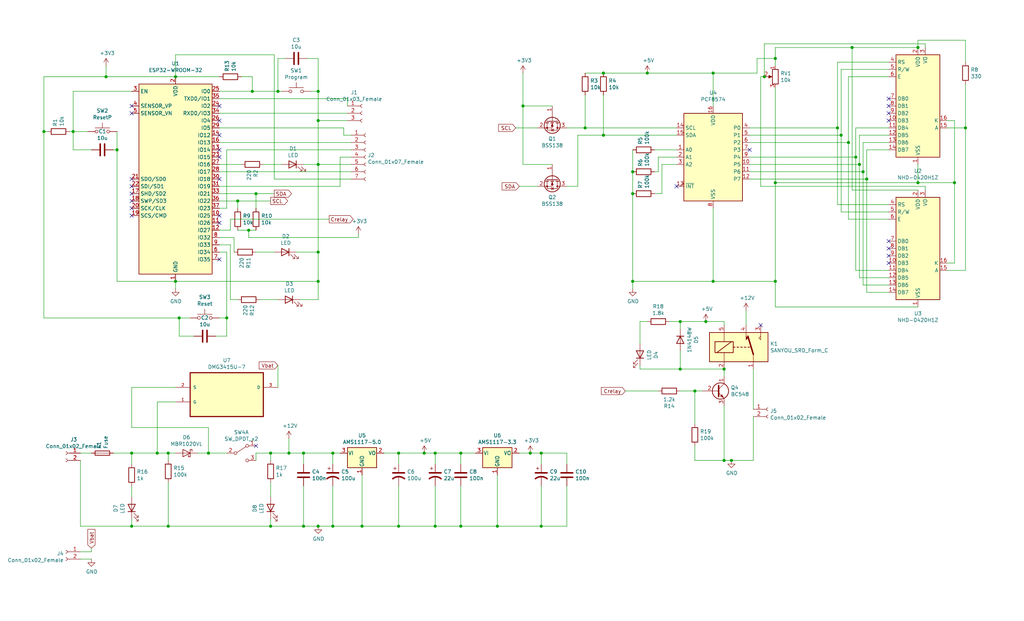
<source format=kicad_sch>
(kicad_sch (version 20211123) (generator eeschema)
  (paper "USLegal")
  (lib_symbols
    (symbol "Connector:Conn_01x02_Female" (pin_names (offset 1.016) hide)
      (property "Reference" "J" (at 0 2.54 0))
      (property "Value" "Conn_01x02_Female" (at 0 -5.08 0))
      (symbol "Conn_01x02_Female_1_1"
        (pin passive line (at -5.08 0 0) (length 3.81) (name "Pin_1") (number "1"))
        (pin passive line (at -5.08 -2.54 0) (length 3.81) (name "Pin_2") (number "2"))
      )
    )
    (symbol "Connector:Conn_01x03_Female" (pin_names (offset 1.016) hide)
      (property "Reference" "J" (at 0 5.08 0))
      (property "Value" "Conn_01x03_Female" (at 0 -5.08 0))
      (symbol "Conn_01x03_Female_1_1"
        (pin passive line (at -5.08 2.54 0) (length 3.81) (name "Pin_1") (number "1"))
        (pin passive line (at -5.08 0 0) (length 3.81) (name "Pin_2") (number "2"))
        (pin passive line (at -5.08 -2.54 0) (length 3.81) (name "Pin_3") (number "3"))
      )
    )
    (symbol "Connector:Conn_01x07_Female" (pin_names (offset 1.016) hide)
      (property "Reference" "J" (at 0 10.16 0))
      (property "Value" "Conn_01x07_Female" (at 0 -10.16 0))
      (symbol "Conn_01x07_Female_1_1"
        (pin passive line (at -5.08 7.62 0) (length 3.81) (name "Pin_1") (number "1"))
        (pin passive line (at -5.08 5.08 0) (length 3.81) (name "Pin_2") (number "2"))
        (pin passive line (at -5.08 2.54 0) (length 3.81) (name "Pin_3") (number "3"))
        (pin passive line (at -5.08 0 0) (length 3.81) (name "Pin_4") (number "4"))
        (pin passive line (at -5.08 -2.54 0) (length 3.81) (name "Pin_5") (number "5"))
        (pin passive line (at -5.08 -5.08 0) (length 3.81) (name "Pin_6") (number "6"))
        (pin passive line (at -5.08 -7.62 0) (length 3.81) (name "Pin_7") (number "7"))
      )
    )
    (symbol "DMG3415U-7:DMG3415U-7" (pin_names (offset 1.016))
      (property "Reference" "U" (at -5.3594 9.1186 0))
      (property "Value" "DMG3415U-7" (at -4.0386 -15.3162 0))
      (symbol "DMG3415U-7_0_0"
        (pin power_in line (at -17.78 -5.08 0) (length 5.08) (name "G") (number "1"))
        (pin passive line (at -17.78 0 0) (length 5.08) (name "S") (number "2"))
        (pin output line (at 17.78 0 180) (length 5.08) (name "D") (number "3"))
      )
    )
    (symbol "Device:C" (pin_numbers hide) (pin_names (offset 0.254))
      (property "Reference" "C" (at 0.635 2.54 0))
      (property "Value" "C" (at 0.635 -2.54 0))
      (symbol "C_1_1"
        (pin passive line (at 0 3.81 270) (length 2.794) (name "~") (number "1"))
        (pin passive line (at 0 -3.81 90) (length 2.794) (name "~") (number "2"))
      )
    )
    (symbol "Device:Fuse" (pin_numbers hide) (pin_names (offset 0))
      (property "Reference" "F" (at 2.032 0 90))
      (property "Value" "Fuse" (at -1.905 0 90))
      (symbol "Fuse_1_1"
        (pin passive line (at 0 3.81 270) (length 1.27) (name "~") (number "1"))
        (pin passive line (at 0 -3.81 90) (length 1.27) (name "~") (number "2"))
      )
    )
    (symbol "Device:LED" (pin_numbers hide) (pin_names (offset 1.016) hide)
      (property "Reference" "D" (at 0 2.54 0))
      (property "Value" "LED" (at 0 -2.54 0))
      (symbol "LED_1_1"
        (pin passive line (at -3.81 0 0) (length 2.54) (name "K") (number "1"))
        (pin passive line (at 3.81 0 180) (length 2.54) (name "A") (number "2"))
      )
    )
    (symbol "Device:R" (pin_numbers hide) (pin_names (offset 0))
      (property "Reference" "R" (at 2.032 0 90))
      (property "Value" "R" (at 0 0 90))
      (symbol "R_1_1"
        (pin passive line (at 0 3.81 270) (length 1.27) (name "~") (number "1"))
        (pin passive line (at 0 -3.81 90) (length 1.27) (name "~") (number "2"))
      )
    )
    (symbol "Diode:1N4148W" (pin_numbers hide) (pin_names hide)
      (property "Reference" "D" (at 0 2.54 0))
      (property "Value" "1N4148W" (at 0 -2.54 0))
      (symbol "1N4148W_1_1"
        (pin passive line (at -3.81 0 0) (length 2.54) (name "K") (number "1"))
        (pin passive line (at 3.81 0 180) (length 2.54) (name "A") (number "2"))
      )
    )
    (symbol "Diode:MBR1020VL" (pin_numbers hide) (pin_names hide)
      (property "Reference" "D" (at 0 2.54 0))
      (property "Value" "MBR1020VL" (at 0 -2.54 0))
      (symbol "MBR1020VL_1_1"
        (pin passive line (at -3.81 0 0) (length 2.54) (name "K") (number "1"))
        (pin passive line (at 3.81 0 180) (length 2.54) (name "A") (number "2"))
      )
    )
    (symbol "Display_Character:NHD-0420H1Z"
      (property "Reference" "U" (at -6.35 19.05 0))
      (property "Value" "NHD-0420H1Z" (at 5.08 19.05 0))
      (symbol "NHD-0420H1Z_1_1"
        (pin power_in line (at 0 -20.32 90) (length 2.54) (name "VSS") (number "1"))
        (pin bidirectional line (at -10.16 -5.08 0) (length 2.54) (name "DB3") (number "10"))
        (pin bidirectional line (at -10.16 -7.62 0) (length 2.54) (name "DB4") (number "11"))
        (pin bidirectional line (at -10.16 -10.16 0) (length 2.54) (name "DB5") (number "12"))
        (pin bidirectional line (at -10.16 -12.7 0) (length 2.54) (name "DB6") (number "13"))
        (pin bidirectional line (at -10.16 -15.24 0) (length 2.54) (name "DB7") (number "14"))
        (pin passive line (at 10.16 -7.62 180) (length 2.54) (name "A") (number "15"))
        (pin passive line (at 10.16 -5.08 180) (length 2.54) (name "K") (number "16"))
        (pin power_in line (at 0 20.32 270) (length 2.54) (name "VDD") (number "2"))
        (pin power_in line (at 2.54 20.32 270) (length 2.54) (name "VO") (number "3"))
        (pin input line (at -10.16 15.24 0) (length 2.54) (name "RS") (number "4"))
        (pin input line (at -10.16 12.7 0) (length 2.54) (name "R/W") (number "5"))
        (pin input line (at -10.16 10.16 0) (length 2.54) (name "E") (number "6"))
        (pin bidirectional line (at -10.16 2.54 0) (length 2.54) (name "DB0") (number "7"))
        (pin bidirectional line (at -10.16 0 0) (length 2.54) (name "DB1") (number "8"))
        (pin bidirectional line (at -10.16 -2.54 0) (length 2.54) (name "DB2") (number "9"))
      )
    )
    (symbol "Interface_Expansion:PCF8574"
      (property "Reference" "U" (at -8.89 16.51 0))
      (property "Value" "PCF8574" (at 2.54 16.51 0))
      (symbol "PCF8574_1_1"
        (pin input line (at -12.7 2.54 0) (length 2.54) (name "A0") (number "1"))
        (pin bidirectional line (at 12.7 -2.54 180) (length 2.54) (name "P5") (number "10"))
        (pin bidirectional line (at 12.7 -5.08 180) (length 2.54) (name "P6") (number "11"))
        (pin bidirectional line (at 12.7 -7.62 180) (length 2.54) (name "P7") (number "12"))
        (pin open_collector output_low (at -12.7 -10.16 0) (length 2.54) (name "~{INT}") (number "13"))
        (pin input line (at -12.7 10.16 0) (length 2.54) (name "SCL") (number "14"))
        (pin bidirectional line (at -12.7 7.62 0) (length 2.54) (name "SDA") (number "15"))
        (pin power_in line (at 0 17.78 270) (length 2.54) (name "VDD") (number "16"))
        (pin input line (at -12.7 0 0) (length 2.54) (name "A1") (number "2"))
        (pin input line (at -12.7 -2.54 0) (length 2.54) (name "A2") (number "3"))
        (pin bidirectional line (at 12.7 10.16 180) (length 2.54) (name "P0") (number "4"))
        (pin bidirectional line (at 12.7 7.62 180) (length 2.54) (name "P1") (number "5"))
        (pin bidirectional line (at 12.7 5.08 180) (length 2.54) (name "P2") (number "6"))
        (pin bidirectional line (at 12.7 2.54 180) (length 2.54) (name "P3") (number "7"))
        (pin power_in line (at 0 -17.78 90) (length 2.54) (name "VSS") (number "8"))
        (pin bidirectional line (at 12.7 0 180) (length 2.54) (name "P4") (number "9"))
      )
    )
    (symbol "RF_Module:ESP32-WROOM-32"
      (property "Reference" "U" (at -12.7 34.29 0))
      (property "Value" "ESP32-WROOM-32" (at 1.27 34.29 0))
      (symbol "ESP32-WROOM-32_1_1"
        (pin power_in line (at 0 -35.56 90) (length 2.54) (name "GND") (number "1"))
        (pin bidirectional line (at 15.24 -12.7 180) (length 2.54) (name "IO25") (number "10"))
        (pin bidirectional line (at 15.24 -15.24 180) (length 2.54) (name "IO26") (number "11"))
        (pin bidirectional line (at 15.24 -17.78 180) (length 2.54) (name "IO27") (number "12"))
        (pin bidirectional line (at 15.24 10.16 180) (length 2.54) (name "IO14") (number "13"))
        (pin bidirectional line (at 15.24 15.24 180) (length 2.54) (name "IO12") (number "14"))
        (pin passive line (at 0 -35.56 90) (length 2.54) hide (name "GND") (number "15"))
        (pin bidirectional line (at 15.24 12.7 180) (length 2.54) (name "IO13") (number "16"))
        (pin bidirectional line (at -15.24 -5.08 0) (length 2.54) (name "SHD/SD2") (number "17"))
        (pin bidirectional line (at -15.24 -7.62 0) (length 2.54) (name "SWP/SD3") (number "18"))
        (pin bidirectional line (at -15.24 -12.7 0) (length 2.54) (name "SCS/CMD") (number "19"))
        (pin power_in line (at 0 35.56 270) (length 2.54) (name "VDD") (number "2"))
        (pin bidirectional line (at -15.24 -10.16 0) (length 2.54) (name "SCK/CLK") (number "20"))
        (pin bidirectional line (at -15.24 0 0) (length 2.54) (name "SDO/SD0") (number "21"))
        (pin bidirectional line (at -15.24 -2.54 0) (length 2.54) (name "SDI/SD1") (number "22"))
        (pin bidirectional line (at 15.24 7.62 180) (length 2.54) (name "IO15") (number "23"))
        (pin bidirectional line (at 15.24 25.4 180) (length 2.54) (name "IO2") (number "24"))
        (pin bidirectional line (at 15.24 30.48 180) (length 2.54) (name "IO0") (number "25"))
        (pin bidirectional line (at 15.24 20.32 180) (length 2.54) (name "IO4") (number "26"))
        (pin bidirectional line (at 15.24 5.08 180) (length 2.54) (name "IO16") (number "27"))
        (pin bidirectional line (at 15.24 2.54 180) (length 2.54) (name "IO17") (number "28"))
        (pin bidirectional line (at 15.24 17.78 180) (length 2.54) (name "IO5") (number "29"))
        (pin input line (at -15.24 30.48 0) (length 2.54) (name "EN") (number "3"))
        (pin bidirectional line (at 15.24 0 180) (length 2.54) (name "IO18") (number "30"))
        (pin bidirectional line (at 15.24 -2.54 180) (length 2.54) (name "IO19") (number "31"))
        (pin no_connect line (at -12.7 -27.94 0) (length 2.54) hide (name "NC") (number "32"))
        (pin bidirectional line (at 15.24 -5.08 180) (length 2.54) (name "IO21") (number "33"))
        (pin bidirectional line (at 15.24 22.86 180) (length 2.54) (name "RXD0/IO3") (number "34"))
        (pin bidirectional line (at 15.24 27.94 180) (length 2.54) (name "TXD0/IO1") (number "35"))
        (pin bidirectional line (at 15.24 -7.62 180) (length 2.54) (name "IO22") (number "36"))
        (pin bidirectional line (at 15.24 -10.16 180) (length 2.54) (name "IO23") (number "37"))
        (pin passive line (at 0 -35.56 90) (length 2.54) hide (name "GND") (number "38"))
        (pin passive line (at 0 -35.56 90) (length 2.54) hide (name "GND") (number "39"))
        (pin input line (at -15.24 25.4 0) (length 2.54) (name "SENSOR_VP") (number "4"))
        (pin input line (at -15.24 22.86 0) (length 2.54) (name "SENSOR_VN") (number "5"))
        (pin input line (at 15.24 -25.4 180) (length 2.54) (name "IO34") (number "6"))
        (pin input line (at 15.24 -27.94 180) (length 2.54) (name "IO35") (number "7"))
        (pin bidirectional line (at 15.24 -20.32 180) (length 2.54) (name "IO32") (number "8"))
        (pin bidirectional line (at 15.24 -22.86 180) (length 2.54) (name "IO33") (number "9"))
      )
    )
    (symbol "Regulator_Linear:AMS1117-3.3" (pin_names (offset 0.254))
      (property "Reference" "U" (at -3.81 3.175 0))
      (property "Value" "AMS1117-3.3" (at 0 3.175 0))
      (symbol "AMS1117-3.3_1_1"
        (pin power_in line (at 0 -7.62 90) (length 2.54) (name "GND") (number "1"))
        (pin power_out line (at 7.62 0 180) (length 2.54) (name "VO") (number "2"))
        (pin power_in line (at -7.62 0 0) (length 2.54) (name "VI") (number "3"))
      )
    )
    (symbol "Regulator_Linear:AMS1117-5.0" (pin_names (offset 0.254))
      (property "Reference" "U" (at -3.81 3.175 0))
      (property "Value" "AMS1117-5.0" (at 0 3.175 0))
      (symbol "AMS1117-5.0_1_1"
        (pin power_in line (at 0 -7.62 90) (length 2.54) (name "GND") (number "1"))
        (pin power_out line (at 7.62 0 180) (length 2.54) (name "VO") (number "2"))
        (pin power_in line (at -7.62 0 0) (length 2.54) (name "VI") (number "3"))
      )
    )
    (symbol "Relay:SANYOU_SRD_Form_C"
      (property "Reference" "K" (at 11.43 3.81 0))
      (property "Value" "SANYOU_SRD_Form_C" (at 11.43 1.27 0))
      (symbol "SANYOU_SRD_Form_C_1_1"
        (pin passive line (at 5.08 -7.62 90) (length 2.54) (name "~") (number "1"))
        (pin passive line (at -5.08 -7.62 90) (length 2.54) (name "~") (number "2"))
        (pin passive line (at 7.62 7.62 270) (length 2.54) (name "~") (number "3"))
        (pin passive line (at 2.54 7.62 270) (length 2.54) (name "~") (number "4"))
        (pin passive line (at -5.08 7.62 270) (length 2.54) (name "~") (number "5"))
      )
    )
    (symbol "SE-rescue:+3.3V-power" (power) (pin_names (offset 0))
      (property "Value" "+3.3V-power" (at 0 3.556 0))
      (symbol "+3.3V-power_1_1"
        (pin power_in line (at 0 0 90) (length 0) hide (name "+3V3") (number "1"))
      )
    )
    (symbol "SE-rescue:CP1-Device" (pin_numbers hide) (pin_names (offset 0.254) hide)
      (property "Reference" "C" (at 0.635 2.54 0))
      (property "Value" "CP1-Device" (at 0.635 -2.54 0))
      (symbol "CP1-Device_1_1"
        (pin passive line (at 0 3.81 270) (length 2.794) (name "~") (number "1"))
        (pin passive line (at 0 -3.81 90) (length 3.302) (name "~") (number "2"))
      )
    )
    (symbol "SE-rescue:R_POT-Device" (pin_names (offset 1.016) hide)
      (property "Reference" "RV" (at -4.445 0 90))
      (property "Value" "R_POT-Device" (at -2.54 0 90))
      (symbol "R_POT-Device_1_1"
        (pin passive line (at 0 3.81 270) (length 1.27) (name "1") (number "1"))
        (pin passive line (at 3.81 0 180) (length 1.27) (name "2") (number "2"))
        (pin passive line (at 0 -3.81 90) (length 1.27) (name "3") (number "3"))
      )
    )
    (symbol "Switch:SW_DPDT_x2" (pin_names (offset 0) hide)
      (property "Reference" "SW" (at 0 4.318 0))
      (property "Value" "SW_DPDT_x2" (at 0 -5.08 0))
      (symbol "SW_DPDT_x2_1_1"
        (pin passive line (at 5.08 2.54 180) (length 2.54) (name "A") (number "1"))
        (pin passive line (at -5.08 0 0) (length 2.54) (name "B") (number "2"))
        (pin passive line (at 5.08 -2.54 180) (length 2.54) (name "C") (number "3"))
      )
      (symbol "SW_DPDT_x2_2_1"
        (pin passive line (at 5.08 2.54 180) (length 2.54) (name "A") (number "4"))
        (pin passive line (at -5.08 0 0) (length 2.54) (name "B") (number "5"))
        (pin passive line (at 5.08 -2.54 180) (length 2.54) (name "C") (number "6"))
      )
    )
    (symbol "Switch:SW_Push" (pin_numbers hide) (pin_names (offset 1.016) hide)
      (property "Reference" "SW" (at 1.27 2.54 0))
      (property "Value" "SW_Push" (at 0 -1.524 0))
      (symbol "SW_Push_0_1"
        (pin passive line (at -5.08 0 0) (length 2.54) (name "1") (number "1"))
        (pin passive line (at 5.08 0 180) (length 2.54) (name "2") (number "2"))
      )
    )
    (symbol "Transistor_BJT:BC548" (pin_names (offset 0) hide)
      (property "Reference" "Q" (at 5.08 1.905 0))
      (property "Value" "BC548" (at 5.08 0 0))
      (symbol "BC548_1_1"
        (pin passive line (at 2.54 5.08 270) (length 2.54) (name "C") (number "1"))
        (pin input line (at -5.08 0 0) (length 5.08) (name "B") (number "2"))
        (pin passive line (at 2.54 -5.08 90) (length 2.54) (name "E") (number "3"))
      )
    )
    (symbol "Transistor_FET:BSS138" (pin_names hide)
      (property "Reference" "Q" (at 5.08 1.905 0))
      (property "Value" "BSS138" (at 5.08 0 0))
      (symbol "BSS138_1_1"
        (pin input line (at -5.08 0 0) (length 2.54) (name "G") (number "1"))
        (pin passive line (at 2.54 -5.08 90) (length 2.54) (name "S") (number "2"))
        (pin passive line (at 2.54 5.08 270) (length 2.54) (name "D") (number "3"))
      )
    )
    (symbol "power:+12V" (power) (pin_names (offset 0))
      (property "Value" "+12V" (at 0 3.556 0))
      (symbol "+12V_1_1"
        (pin power_in line (at 0 0 90) (length 0) hide (name "+12V") (number "1"))
      )
    )
    (symbol "power:+5V" (power) (pin_names (offset 0))
      (property "Value" "+5V" (at 0 3.556 0))
      (symbol "+5V_1_1"
        (pin power_in line (at 0 0 90) (length 0) hide (name "+5V") (number "1"))
      )
    )
    (symbol "power:GND" (power) (pin_names (offset 0))
      (property "Value" "GND" (at 0 -3.81 0))
      (symbol "GND_1_1"
        (pin power_in line (at 0 0 270) (length 0) hide (name "GND") (number "1"))
      )
    )
  )
  (junction (at 115.57 182.88))
  (junction (at 254 160.02))
  (junction (at 247.65 25.4))
  (junction (at 160.02 182.88))
  (junction (at 138.43 157.48))
  (junction (at 298.45 57.15))
  (junction (at 100.33 157.48))
  (junction (at 110.49 41.91))
  (junction (at 93.98 182.88))
  (junction (at 245.11 111.76))
  (junction (at 187.96 157.48))
  (junction (at 45.72 157.48))
  (junction (at 219.71 97.79))
  (junction (at 60.96 26.67))
  (junction (at 187.96 182.88))
  (junction (at 160.02 157.48))
  (junction (at 299.72 59.69))
  (junction (at 269.24 97.79))
  (junction (at 115.57 157.48))
  (junction (at 219.71 59.69))
  (junction (at 58.42 182.88))
  (junction (at 265.43 26.67))
  (junction (at 86.36 80.01))
  (junction (at 297.18 54.61))
  (junction (at 72.39 157.48))
  (junction (at 45.72 182.88))
  (junction (at 96.52 31.75))
  (junction (at 40.64 52.07))
  (junction (at 78.74 110.49))
  (junction (at 25.4 45.72))
  (junction (at 209.55 25.4))
  (junction (at 269.24 20.32))
  (junction (at 300.99 62.23))
  (junction (at 60.96 97.79))
  (junction (at 219.71 67.31))
  (junction (at 58.42 157.48))
  (junction (at 292.1 46.99))
  (junction (at 36.83 26.67))
  (junction (at 331.47 63.5))
  (junction (at 181.61 36.83))
  (junction (at 251.46 128.27))
  (junction (at 251.46 160.02))
  (junction (at 318.77 16.51))
  (junction (at 247.65 97.79))
  (junction (at 54.61 157.48))
  (junction (at 147.32 157.48))
  (junction (at 236.22 128.27))
  (junction (at 224.79 25.4))
  (junction (at 15.24 45.72))
  (junction (at 172.72 182.88))
  (junction (at 269.24 63.5))
  (junction (at 203.2 44.45))
  (junction (at 110.49 97.79))
  (junction (at 236.22 111.76))
  (junction (at 88.9 67.31))
  (junction (at 151.13 157.48))
  (junction (at 241.3 135.89))
  (junction (at 184.15 157.48))
  (junction (at 318.77 63.5))
  (junction (at 62.23 110.49))
  (junction (at 138.43 182.88))
  (junction (at 110.49 182.88))
  (junction (at 110.49 57.15))
  (junction (at 93.98 157.48))
  (junction (at 335.28 44.45))
  (junction (at 151.13 182.88))
  (junction (at 294.64 49.53))
  (junction (at 110.49 31.75))
  (junction (at 209.55 46.99))
  (junction (at 295.91 16.51))
  (junction (at 105.41 157.48))
  (junction (at 87.63 31.75))
  (junction (at 105.41 182.88))
  (junction (at 290.83 44.45))
  (junction (at 110.49 87.63))
  (junction (at 125.73 182.88))
  (junction (at 82.55 69.85))
  (no_connect (at 76.2 52.07))
  (no_connect (at 76.2 46.99))
  (no_connect (at 308.61 86.36))
  (no_connect (at 308.61 34.29))
  (no_connect (at 308.61 88.9))
  (no_connect (at 45.72 67.31))
  (no_connect (at 234.95 64.77))
  (no_connect (at 76.2 36.83))
  (no_connect (at 308.61 41.91))
  (no_connect (at 45.72 74.93))
  (no_connect (at 45.72 64.77))
  (no_connect (at 308.61 83.82))
  (no_connect (at 264.16 113.03))
  (no_connect (at 45.72 62.23))
  (no_connect (at 76.2 90.17))
  (no_connect (at 45.72 69.85))
  (no_connect (at 45.72 72.39))
  (no_connect (at 308.61 91.44))
  (no_connect (at 88.9 154.94))
  (no_connect (at 76.2 77.47))
  (no_connect (at 76.2 62.23))
  (no_connect (at 308.61 39.37))
  (no_connect (at 76.2 74.93))
  (no_connect (at 45.72 36.83))
  (no_connect (at 308.61 36.83))
  (no_connect (at 76.2 54.61))
  (no_connect (at 76.2 41.91))
  (no_connect (at 45.72 39.37))
  (no_connect (at 260.35 52.07))
  (wire (pts (xy 15.24 45.72) (xy 15.24 110.49)))
  (wire (pts (xy 269.24 63.5) (xy 318.77 63.5)))
  (wire (pts (xy 110.49 31.75) (xy 110.49 20.32)))
  (wire (pts (xy 83.82 57.15) (xy 76.2 57.15)))
  (wire (pts (xy 118.11 54.61) (xy 121.92 54.61)))
  (wire (pts (xy 290.83 44.45) (xy 290.83 21.59)))
  (wire (pts (xy 160.02 182.88) (xy 151.13 182.88)))
  (wire (pts (xy 160.02 168.91) (xy 160.02 182.88)))
  (wire (pts (xy 119.38 46.99) (xy 121.92 46.99)))
  (wire (pts (xy 251.46 160.02) (xy 251.46 140.97)))
  (wire (pts (xy 105.41 161.29) (xy 105.41 157.48)))
  (wire (pts (xy 115.57 157.48) (xy 105.41 157.48)))
  (wire (pts (xy 196.85 182.88) (xy 187.96 182.88)))
  (wire (pts (xy 54.61 157.48) (xy 45.72 157.48)))
  (wire (pts (xy 58.42 182.88) (xy 93.98 182.88)))
  (wire (pts (xy 82.55 80.01) (xy 86.36 80.01)))
  (wire (pts (xy 247.65 72.39) (xy 247.65 97.79)))
  (wire (pts (xy 45.72 134.62) (xy 60.96 134.62)))
  (wire (pts (xy 254 160.02) (xy 251.46 160.02)))
  (wire (pts (xy 115.57 168.91) (xy 115.57 182.88)))
  (wire (pts (xy 209.55 25.4) (xy 224.79 25.4)))
  (wire (pts (xy 54.61 139.7) (xy 54.61 157.48)))
  (wire (pts (xy 86.36 80.01) (xy 88.9 80.01)))
  (wire (pts (xy 228.6 59.69) (xy 228.6 54.61)))
  (wire (pts (xy 80.01 85.09) (xy 80.01 104.14)))
  (wire (pts (xy 110.49 41.91) (xy 120.65 41.91)))
  (wire (pts (xy 58.42 157.48) (xy 58.42 160.02)))
  (wire (pts (xy 58.42 157.48) (xy 54.61 157.48)))
  (wire (pts (xy 261.62 144.78) (xy 261.62 160.02)))
  (wire (pts (xy 78.74 116.84) (xy 78.74 110.49)))
  (wire (pts (xy 265.43 26.67) (xy 264.16 26.67)))
  (wire (pts (xy 184.15 157.48) (xy 187.96 157.48)))
  (wire (pts (xy 262.89 25.4) (xy 262.89 20.32)))
  (wire (pts (xy 72.39 148.59) (xy 72.39 157.48)))
  (wire (pts (xy 78.74 110.49) (xy 78.74 87.63)))
  (wire (pts (xy 31.75 194.31) (xy 27.94 194.31)))
  (wire (pts (xy 269.24 30.48) (xy 269.24 63.5)))
  (wire (pts (xy 299.72 59.69) (xy 299.72 49.53)))
  (wire (pts (xy 269.24 106.68) (xy 269.24 97.79)))
  (wire (pts (xy 76.2 110.49) (xy 78.74 110.49)))
  (wire (pts (xy 261.62 128.27) (xy 261.62 142.24)))
  (wire (pts (xy 260.35 44.45) (xy 290.83 44.45)))
  (wire (pts (xy 297.18 54.61) (xy 297.18 93.98)))
  (wire (pts (xy 331.47 91.44) (xy 328.93 91.44)))
  (wire (pts (xy 294.64 49.53) (xy 294.64 26.67)))
  (wire (pts (xy 93.98 69.85) (xy 82.55 69.85)))
  (wire (pts (xy 60.96 157.48) (xy 58.42 157.48)))
  (wire (pts (xy 138.43 157.48) (xy 133.35 157.48)))
  (wire (pts (xy 187.96 157.48) (xy 196.85 157.48)))
  (wire (pts (xy 15.24 110.49) (xy 62.23 110.49)))
  (wire (pts (xy 93.98 182.88) (xy 105.41 182.88)))
  (wire (pts (xy 187.96 161.29) (xy 187.96 157.48)))
  (wire (pts (xy 196.85 64.77) (xy 200.66 64.77)))
  (wire (pts (xy 262.89 20.32) (xy 269.24 20.32)))
  (wire (pts (xy 81.28 82.55) (xy 76.2 82.55)))
  (wire (pts (xy 191.77 57.15) (xy 181.61 57.15)))
  (wire (pts (xy 15.24 45.72) (xy 16.51 45.72)))
  (wire (pts (xy 45.72 168.91) (xy 45.72 172.72)))
  (wire (pts (xy 203.2 44.45) (xy 234.95 44.45)))
  (wire (pts (xy 196.85 168.91) (xy 196.85 182.88)))
  (wire (pts (xy 105.41 157.48) (xy 100.33 157.48)))
  (wire (pts (xy 138.43 168.91) (xy 138.43 182.88)))
  (wire (pts (xy 76.2 64.77) (xy 118.11 64.77)))
  (wire (pts (xy 36.83 26.67) (xy 60.96 26.67)))
  (wire (pts (xy 76.2 59.69) (xy 121.92 59.69)))
  (wire (pts (xy 118.11 157.48) (xy 115.57 157.48)))
  (wire (pts (xy 300.99 52.07) (xy 308.61 52.07)))
  (wire (pts (xy 100.33 157.48) (xy 93.98 157.48)))
  (wire (pts (xy 45.72 148.59) (xy 45.72 134.62)))
  (wire (pts (xy 36.83 22.86) (xy 36.83 26.67)))
  (wire (pts (xy 147.32 157.48) (xy 138.43 157.48)))
  (wire (pts (xy 297.18 93.98) (xy 308.61 93.98)))
  (wire (pts (xy 83.82 26.67) (xy 87.63 26.67)))
  (wire (pts (xy 138.43 161.29) (xy 138.43 157.48)))
  (wire (pts (xy 294.64 49.53) (xy 294.64 76.2)))
  (wire (pts (xy 290.83 71.12) (xy 308.61 71.12)))
  (wire (pts (xy 45.72 31.75) (xy 25.4 31.75)))
  (wire (pts (xy 45.72 157.48) (xy 39.37 157.48)))
  (wire (pts (xy 76.2 44.45) (xy 119.38 44.45)))
  (wire (pts (xy 318.77 16.51) (xy 295.91 16.51)))
  (wire (pts (xy 318.77 13.97) (xy 335.28 13.97)))
  (wire (pts (xy 200.66 46.99) (xy 209.55 46.99)))
  (wire (pts (xy 99.06 20.32) (xy 96.52 20.32)))
  (wire (pts (xy 318.77 63.5) (xy 331.47 63.5)))
  (wire (pts (xy 260.35 57.15) (xy 298.45 57.15)))
  (wire (pts (xy 102.87 87.63) (xy 110.49 87.63)))
  (wire (pts (xy 236.22 111.76) (xy 236.22 114.3)))
  (wire (pts (xy 160.02 157.48) (xy 151.13 157.48)))
  (wire (pts (xy 229.87 57.15) (xy 234.95 57.15)))
  (wire (pts (xy 15.24 26.67) (xy 15.24 45.72)))
  (wire (pts (xy 236.22 111.76) (xy 232.41 111.76)))
  (wire (pts (xy 245.11 111.76) (xy 236.22 111.76)))
  (wire (pts (xy 105.41 57.15) (xy 110.49 57.15)))
  (wire (pts (xy 110.49 31.75) (xy 110.49 41.91)))
  (wire (pts (xy 68.58 157.48) (xy 72.39 157.48)))
  (wire (pts (xy 181.61 57.15) (xy 181.61 36.83)))
  (wire (pts (xy 96.52 127) (xy 96.52 134.62)))
  (wire (pts (xy 229.87 67.31) (xy 229.87 57.15)))
  (wire (pts (xy 45.72 148.59) (xy 72.39 148.59)))
  (wire (pts (xy 82.55 69.85) (xy 76.2 69.85)))
  (wire (pts (xy 115.57 161.29) (xy 115.57 157.48)))
  (wire (pts (xy 259.08 107.95) (xy 259.08 113.03)))
  (wire (pts (xy 292.1 24.13) (xy 308.61 24.13)))
  (wire (pts (xy 186.69 44.45) (xy 179.07 44.45)))
  (wire (pts (xy 125.73 165.1) (xy 125.73 182.88)))
  (wire (pts (xy 118.11 64.77) (xy 118.11 54.61)))
  (wire (pts (xy 227.33 59.69) (xy 228.6 59.69)))
  (wire (pts (xy 295.91 16.51) (xy 269.24 16.51)))
  (wire (pts (xy 95.25 19.05) (xy 95.25 62.23)))
  (wire (pts (xy 88.9 72.39) (xy 88.9 67.31)))
  (wire (pts (xy 203.2 33.02) (xy 203.2 44.45)))
  (wire (pts (xy 247.65 25.4) (xy 262.89 25.4)))
  (wire (pts (xy 81.28 87.63) (xy 81.28 82.55)))
  (wire (pts (xy 300.99 62.23) (xy 300.99 52.07)))
  (wire (pts (xy 209.55 46.99) (xy 234.95 46.99)))
  (wire (pts (xy 110.49 87.63) (xy 110.49 97.79)))
  (wire (pts (xy 93.98 180.34) (xy 93.98 182.88)))
  (wire (pts (xy 321.31 66.04) (xy 321.31 64.77)))
  (wire (pts (xy 292.1 73.66) (xy 308.61 73.66)))
  (wire (pts (xy 78.74 72.39) (xy 76.2 72.39)))
  (wire (pts (xy 219.71 97.79) (xy 247.65 97.79)))
  (wire (pts (xy 265.43 15.24) (xy 265.43 26.67)))
  (wire (pts (xy 227.33 67.31) (xy 229.87 67.31)))
  (wire (pts (xy 31.75 157.48) (xy 27.94 157.48)))
  (wire (pts (xy 25.4 45.72) (xy 24.13 45.72)))
  (wire (pts (xy 290.83 44.45) (xy 290.83 71.12)))
  (wire (pts (xy 294.64 76.2) (xy 308.61 76.2)))
  (wire (pts (xy 241.3 135.89) (xy 243.84 135.89)))
  (wire (pts (xy 172.72 165.1) (xy 172.72 182.88)))
  (wire (pts (xy 299.72 99.06) (xy 308.61 99.06)))
  (wire (pts (xy 236.22 121.92) (xy 236.22 128.27)))
  (wire (pts (xy 105.41 168.91) (xy 105.41 182.88)))
  (wire (pts (xy 40.64 97.79) (xy 60.96 97.79)))
  (wire (pts (xy 261.62 160.02) (xy 254 160.02)))
  (wire (pts (xy 318.77 57.15) (xy 318.77 63.5)))
  (wire (pts (xy 318.77 66.04) (xy 295.91 66.04)))
  (wire (pts (xy 62.23 110.49) (xy 66.04 110.49)))
  (wire (pts (xy 222.25 111.76) (xy 222.25 119.38)))
  (wire (pts (xy 67.31 116.84) (xy 62.23 116.84)))
  (wire (pts (xy 82.55 72.39) (xy 82.55 69.85)))
  (wire (pts (xy 27.94 160.02) (xy 27.94 182.88)))
  (wire (pts (xy 298.45 57.15) (xy 298.45 96.52)))
  (wire (pts (xy 95.25 62.23) (xy 121.92 62.23)))
  (wire (pts (xy 39.37 52.07) (xy 40.64 52.07)))
  (wire (pts (xy 93.98 167.64) (xy 93.98 172.72)))
  (wire (pts (xy 58.42 167.64) (xy 58.42 182.88)))
  (wire (pts (xy 264.16 26.67) (xy 264.16 64.77)))
  (wire (pts (xy 110.49 104.14) (xy 110.49 97.79)))
  (wire (pts (xy 60.96 97.79) (xy 60.96 100.33)))
  (wire (pts (xy 298.45 46.99) (xy 308.61 46.99)))
  (wire (pts (xy 110.49 57.15) (xy 110.49 87.63)))
  (wire (pts (xy 219.71 97.79) (xy 219.71 100.33)))
  (wire (pts (xy 200.66 64.77) (xy 200.66 46.99)))
  (wire (pts (xy 80.01 104.14) (xy 82.55 104.14)))
  (wire (pts (xy 45.72 180.34) (xy 45.72 182.88)))
  (wire (pts (xy 72.39 157.48) (xy 78.74 157.48)))
  (wire (pts (xy 86.36 80.01) (xy 86.36 82.55)))
  (wire (pts (xy 228.6 54.61) (xy 234.95 54.61)))
  (wire (pts (xy 292.1 46.99) (xy 292.1 24.13)))
  (wire (pts (xy 97.79 57.15) (xy 91.44 57.15)))
  (wire (pts (xy 298.45 96.52) (xy 308.61 96.52)))
  (wire (pts (xy 251.46 128.27) (xy 236.22 128.27)))
  (wire (pts (xy 110.49 41.91) (xy 110.49 57.15)))
  (wire (pts (xy 241.3 160.02) (xy 251.46 160.02)))
  (wire (pts (xy 31.75 52.07) (xy 25.4 52.07)))
  (wire (pts (xy 151.13 161.29) (xy 151.13 157.48)))
  (wire (pts (xy 25.4 52.07) (xy 25.4 45.72)))
  (wire (pts (xy 260.35 62.23) (xy 300.99 62.23)))
  (wire (pts (xy 121.92 52.07) (xy 78.74 52.07)))
  (wire (pts (xy 292.1 46.99) (xy 292.1 73.66)))
  (wire (pts (xy 138.43 182.88) (xy 125.73 182.88)))
  (wire (pts (xy 119.38 44.45) (xy 119.38 46.99)))
  (wire (pts (xy 31.75 191.77) (xy 27.94 191.77)))
  (wire (pts (xy 95.25 87.63) (xy 88.9 87.63)))
  (wire (pts (xy 187.96 168.91) (xy 187.96 182.88)))
  (wire (pts (xy 88.9 67.31) (xy 76.2 67.31)))
  (wire (pts (xy 110.49 97.79) (xy 60.96 97.79)))
  (wire (pts (xy 335.28 29.21) (xy 335.28 44.45)))
  (wire (pts (xy 104.14 104.14) (xy 110.49 104.14)))
  (wire (pts (xy 203.2 25.4) (xy 209.55 25.4)))
  (wire (pts (xy 241.3 154.94) (xy 241.3 160.02)))
  (wire (pts (xy 219.71 67.31) (xy 219.71 97.79)))
  (wire (pts (xy 88.9 157.48) (xy 93.98 157.48)))
  (wire (pts (xy 76.2 39.37) (xy 120.65 39.37)))
  (wire (pts (xy 290.83 21.59) (xy 308.61 21.59)))
  (wire (pts (xy 234.95 52.07) (xy 227.33 52.07)))
  (wire (pts (xy 160.02 161.29) (xy 160.02 157.48)))
  (wire (pts (xy 260.35 59.69) (xy 299.72 59.69)))
  (wire (pts (xy 209.55 33.02) (xy 209.55 46.99)))
  (wire (pts (xy 297.18 54.61) (xy 297.18 44.45)))
  (wire (pts (xy 251.46 128.27) (xy 251.46 130.81)))
  (wire (pts (xy 60.96 26.67) (xy 60.96 19.05)))
  (wire (pts (xy 31.75 190.5) (xy 31.75 191.77)))
  (wire (pts (xy 219.71 52.07) (xy 219.71 59.69)))
  (wire (pts (xy 78.74 87.63) (xy 76.2 87.63)))
  (wire (pts (xy 60.96 19.05) (xy 95.25 19.05)))
  (wire (pts (xy 196.85 44.45) (xy 203.2 44.45)))
  (wire (pts (xy 186.69 64.77) (xy 180.34 64.77)))
  (wire (pts (xy 88.9 160.02) (xy 88.9 157.48)))
  (wire (pts (xy 151.13 182.88) (xy 138.43 182.88)))
  (wire (pts (xy 222.25 127) (xy 222.25 128.27)))
  (wire (pts (xy 331.47 41.91) (xy 328.93 41.91)))
  (wire (pts (xy 247.65 97.79) (xy 269.24 97.79)))
  (wire (pts (xy 181.61 36.83) (xy 181.61 25.4)))
  (wire (pts (xy 260.35 54.61) (xy 297.18 54.61)))
  (wire (pts (xy 196.85 161.29) (xy 196.85 157.48)))
  (wire (pts (xy 180.34 157.48) (xy 184.15 157.48)))
  (wire (pts (xy 241.3 135.89) (xy 236.22 135.89)))
  (wire (pts (xy 191.77 36.83) (xy 181.61 36.83)))
  (wire (pts (xy 151.13 157.48) (xy 147.32 157.48)))
  (wire (pts (xy 318.77 16.51) (xy 318.77 13.97)))
  (wire (pts (xy 110.49 57.15) (xy 121.92 57.15)))
  (wire (pts (xy 269.24 20.32) (xy 269.24 22.86)))
  (wire (pts (xy 96.52 104.14) (xy 90.17 104.14)))
  (wire (pts (xy 269.24 16.51) (xy 269.24 20.32)))
  (wire (pts (xy 265.43 15.24) (xy 321.31 15.24)))
  (wire (pts (xy 74.93 116.84) (xy 78.74 116.84)))
  (wire (pts (xy 125.73 182.88) (xy 115.57 182.88)))
  (wire (pts (xy 151.13 168.91) (xy 151.13 182.88)))
  (wire (pts (xy 80.01 76.2) (xy 114.3 76.2)))
  (wire (pts (xy 96.52 31.75) (xy 87.63 31.75)))
  (wire (pts (xy 115.57 182.88) (xy 110.49 182.88)))
  (wire (pts (xy 264.16 64.77) (xy 321.31 64.77)))
  (wire (pts (xy 45.72 161.29) (xy 45.72 157.48)))
  (wire (pts (xy 76.2 80.01) (xy 80.01 80.01)))
  (wire (pts (xy 60.96 26.67) (xy 76.2 26.67)))
  (wire (pts (xy 165.1 157.48) (xy 160.02 157.48)))
  (wire (pts (xy 297.18 44.45) (xy 308.61 44.45)))
  (wire (pts (xy 331.47 63.5) (xy 331.47 41.91)))
  (wire (pts (xy 299.72 59.69) (xy 299.72 99.06)))
  (wire (pts (xy 335.28 13.97) (xy 335.28 21.59)))
  (wire (pts (xy 328.93 44.45) (xy 335.28 44.45)))
  (wire (pts (xy 318.77 106.68) (xy 269.24 106.68)))
  (wire (pts (xy 219.71 59.69) (xy 219.71 67.31)))
  (wire (pts (xy 96.52 20.32) (xy 96.52 31.75)))
  (wire (pts (xy 76.2 85.09) (xy 80.01 85.09)))
  (wire (pts (xy 251.46 111.76) (xy 245.11 111.76)))
  (wire (pts (xy 15.24 26.67) (xy 36.83 26.67)))
  (wire (pts (xy 331.47 63.5) (xy 331.47 91.44)))
  (wire (pts (xy 222.25 128.27) (xy 236.22 128.27)))
  (wire (pts (xy 40.64 45.72) (xy 40.64 52.07)))
  (wire (pts (xy 45.72 182.88) (xy 58.42 182.88)))
  (wire (pts (xy 100.33 152.4) (xy 100.33 157.48)))
  (wire (pts (xy 295.91 66.04) (xy 295.91 16.51)))
  (wire (pts (xy 335.28 93.98) (xy 328.93 93.98)))
  (wire (pts (xy 78.74 52.07) (xy 78.74 72.39)))
  (wire (pts (xy 217.17 135.89) (xy 228.6 135.89)))
  (wire (pts (xy 120.65 34.29) (xy 120.65 36.83)))
  (wire (pts (xy 110.49 182.88) (xy 105.41 182.88)))
  (wire (pts (xy 251.46 113.03) (xy 251.46 111.76)))
  (wire (pts (xy 298.45 57.15) (xy 298.45 46.99)))
  (wire (pts (xy 54.61 139.7) (xy 60.96 139.7)))
  (wire (pts (xy 335.28 44.45) (xy 335.28 93.98)))
  (wire (pts (xy 87.63 26.67) (xy 87.63 31.75)))
  (wire (pts (xy 300.99 101.6) (xy 308.61 101.6)))
  (wire (pts (xy 269.24 63.5) (xy 269.24 97.79)))
  (wire (pts (xy 260.35 49.53) (xy 294.64 49.53)))
  (wire (pts (xy 260.35 46.99) (xy 292.1 46.99)))
  (wire (pts (xy 124.46 82.55) (xy 124.46 81.28)))
  (wire (pts (xy 25.4 45.72) (xy 30.48 45.72)))
  (wire (pts (xy 321.31 16.51) (xy 321.31 15.24)))
  (wire (pts (xy 110.49 20.32) (xy 106.68 20.32)))
  (wire (pts (xy 300.99 62.23) (xy 300.99 101.6)))
  (wire (pts (xy 93.98 160.02) (xy 93.98 157.48)))
  (wire (pts (xy 224.79 25.4) (xy 247.65 25.4)))
  (wire (pts (xy 86.36 82.55) (xy 124.46 82.55)))
  (wire (pts (xy 224.79 111.76) (xy 222.25 111.76)))
  (wire (pts (xy 76.2 31.75) (xy 87.63 31.75)))
  (wire (pts (xy 172.72 182.88) (xy 160.02 182.88)))
  (wire (pts (xy 76.2 34.29) (xy 120.65 34.29)))
  (wire (pts (xy 95.25 67.31) (xy 88.9 67.31)))
  (wire (pts (xy 62.23 116.84) (xy 62.23 110.49)))
  (wire (pts (xy 40.64 52.07) (xy 40.64 97.79)))
  (wire (pts (xy 299.72 49.53) (xy 308.61 49.53)))
  (wire (pts (xy 247.65 25.4) (xy 247.65 36.83)))
  (wire (pts (xy 187.96 182.88) (xy 172.72 182.88)))
  (wire (pts (xy 76.2 49.53) (xy 121.92 49.53)))
  (wire (pts (xy 27.94 182.88) (xy 45.72 182.88)))
  (wire (pts (xy 241.3 135.89) (xy 241.3 147.32)))
  (wire (pts (xy 25.4 31.75) (xy 25.4 45.72)))
  (wire (pts (xy 80.01 80.01) (xy 80.01 76.2)))
  (wire (pts (xy 110.49 31.75) (xy 107.95 31.75)))
  (wire (pts (xy 97.79 31.75) (xy 96.52 31.75)))
  (wire (pts (xy 294.64 26.67) (xy 308.61 26.67)))
  (global_label "SDA" (shape output) (at 95.25 67.31 0) (property "Intersheet References" "${INTERSHEET_REFS}" (effects hide)))
  (global_label "Crelay" (shape input) (at 217.17 135.89 180) (property "Intersheet References" "${INTERSHEET_REFS}" (effects hide)))
  (global_label "SDA" (shape input) (at 180.34 64.77 180) (property "Intersheet References" "${INTERSHEET_REFS}" (effects hide)))
  (global_label "Vbat" (shape input) (at 31.75 190.5 90) (property "Intersheet References" "${INTERSHEET_REFS}" (effects hide)))
  (global_label "SCL" (shape output) (at 93.98 69.85 0) (property "Intersheet References" "${INTERSHEET_REFS}" (effects hide)))
  (global_label "Vbat" (shape input) (at 96.52 127 180) (property "Intersheet References" "${INTERSHEET_REFS}" (effects hide)))
  (global_label "Crelay" (shape output) (at 114.3 76.2 0) (property "Intersheet References" "${INTERSHEET_REFS}" (effects hide)))
  (global_label "SCL" (shape input) (at 179.07 44.45 180) (property "Intersheet References" "${INTERSHEET_REFS}" (effects hide)))
  (symbol (lib_id "RF_Module:ESP32-WROOM-32") (at 60.96 62.23 0) (unit 1)
    (property "Reference" "U1" (at 60.96 22.0726 0))
    (property "Value" "ESP32-WROOM-32" (at 60.96 24.384 0))
    (property "Footprint" "RF_Module:ESP32-WROOM-32" (effects hide))
    (property "Datasheet" "https://www.espressif.com/sites/default/files/documentation/esp32-wroom-32_datasheet_en.pdf" (effects hide))
  )
  (symbol (lib_id "Device:LED") (at 101.6 57.15 0) (mirror y) (unit 1)
    (property "Reference" "D1" (at 101.7778 51.6382 0))
    (property "Value" "LED" (at 101.7778 53.9496 0))
    (property "Footprint" "LED_SMD:LED_0805_2012Metric_Pad1.15x1.40mm_HandSolder" (effects hide))
  )
  (symbol (lib_id "Device:R") (at 20.32 45.72 90) (unit 1)
    (property "Reference" "R1" (at 19.1516 43.942 0) (effects (justify left)))
    (property "Value" "10k" (at 21.463 43.942 0) (effects (justify left)))
    (property "Footprint" "Resistor_SMD:R_0603_1608Metric_Pad0.98x0.95mm_HandSolder" (effects hide))
  )
  (symbol (lib_id "Device:R") (at 87.63 57.15 270) (unit 1)
    (property "Reference" "R2" (at 88.7984 58.928 0) (effects (justify left)))
    (property "Value" "220" (at 86.487 58.928 0) (effects (justify left)))
    (property "Footprint" "Resistor_SMD:R_0603_1608Metric_Pad0.98x0.95mm_HandSolder" (effects hide))
  )
  (symbol (lib_id "Display_Character:NHD-0420H1Z") (at 318.77 36.83 0) (unit 1)
    (property "Reference" "U2" (at 318.77 59.4106 0))
    (property "Value" "NHD-0420H1Z" (at 318.77 61.722 0))
    (property "Footprint" "LIB:LCD_LCD-20X4B" (effects hide))
    (property "Datasheet" "http://www.newhavendisplay.com/specs/NHD-0420H1Z-FSW-GBW-33V3.pdf" (effects hide))
  )
  (symbol (lib_id "Display_Character:NHD-0420H1Z") (at 318.77 86.36 0) (unit 1)
    (property "Reference" "U3" (at 318.77 108.9406 0))
    (property "Value" "NHD-0420H1Z" (at 318.77 111.252 0))
    (property "Footprint" "LIB:LCD_LCD-20X4B" (effects hide))
    (property "Datasheet" "http://www.newhavendisplay.com/specs/NHD-0420H1Z-FSW-GBW-33V3.pdf" (effects hide))
  )
  (symbol (lib_id "Interface_Expansion:PCF8574") (at 247.65 54.61 0) (unit 1)
    (property "Reference" "U4" (at 247.65 32.2326 0))
    (property "Value" "PCF8574" (at 247.65 34.544 0))
    (property "Footprint" "LIB:PCF8574ADWR_DW16" (effects hide))
    (property "Datasheet" "http://www.nxp.com/documents/data_sheet/PCF8574_PCF8574A.pdf" (effects hide))
  )
  (symbol (lib_id "SE-rescue:R_POT-Device") (at 269.24 26.67 0) (mirror y) (unit 1)
    (property "Reference" "RV1" (at 271.018 25.5016 0) (effects (justify right)))
    (property "Value" "10k" (at 271.018 27.813 0) (effects (justify right)))
    (property "Footprint" "Potentiometer_THT:Potentiometer_Bourns_3296W_Vertical" (effects hide))
  )
  (symbol (lib_id "Device:R") (at 203.2 29.21 0) (unit 1)
    (property "Reference" "R3" (at 204.978 28.0416 0) (effects (justify left)))
    (property "Value" "10k" (at 204.978 30.353 0) (effects (justify left)))
    (property "Footprint" "Resistor_SMD:R_0603_1608Metric_Pad0.98x0.95mm_HandSolder" (effects hide))
  )
  (symbol (lib_id "Device:R") (at 209.55 29.21 0) (unit 1)
    (property "Reference" "R4" (at 211.328 28.0416 0) (effects (justify left)))
    (property "Value" "10k" (at 211.328 30.353 0) (effects (justify left)))
    (property "Footprint" "Resistor_SMD:R_0603_1608Metric_Pad0.98x0.95mm_HandSolder" (effects hide))
  )
  (symbol (lib_id "Device:R") (at 223.52 52.07 90) (unit 1)
    (property "Reference" "R5" (at 222.3516 50.292 0) (effects (justify left)))
    (property "Value" "100k" (at 224.663 50.292 0) (effects (justify left)))
    (property "Footprint" "Resistor_SMD:R_0603_1608Metric_Pad0.98x0.95mm_HandSolder" (effects hide))
  )
  (symbol (lib_id "Device:R") (at 223.52 59.69 90) (unit 1)
    (property "Reference" "R6" (at 222.3516 57.912 0) (effects (justify left)))
    (property "Value" "100k" (at 224.663 57.912 0) (effects (justify left)))
    (property "Footprint" "Resistor_SMD:R_0603_1608Metric_Pad0.98x0.95mm_HandSolder" (effects hide))
  )
  (symbol (lib_id "Device:R") (at 223.52 67.31 90) (unit 1)
    (property "Reference" "R7" (at 222.3516 65.532 0) (effects (justify left)))
    (property "Value" "100k" (at 224.663 65.532 0) (effects (justify left)))
    (property "Footprint" "Resistor_SMD:R_0603_1608Metric_Pad0.98x0.95mm_HandSolder" (effects hide))
  )
  (symbol (lib_id "Switch:SW_Push") (at 102.87 31.75 0) (unit 1)
    (property "Reference" "SW1" (at 102.87 24.511 0))
    (property "Value" "Program" (at 102.87 26.8224 0))
    (property "Footprint" "Button_Switch_SMD:SW_Push_SPST_NO_Alps_SKRK" (effects hide))
  )
  (symbol (lib_id "Switch:SW_Push") (at 35.56 45.72 0) (unit 1)
    (property "Reference" "SW2" (at 35.56 38.481 0))
    (property "Value" "ResetP" (at 35.56 40.7924 0))
    (property "Footprint" "Button_Switch_SMD:SW_Push_SPST_NO_Alps_SKRK" (effects hide))
  )
  (symbol (lib_id "power:GND") (at 60.96 100.33 0) (unit 1)
    (property "Reference" "#PWR0101" (effects hide))
    (property "Value" "GND" (at 61.087 104.7242 0))
  )
  (symbol (lib_id "Device:R") (at 80.01 26.67 90) (unit 1)
    (property "Reference" "R13" (at 78.8416 24.892 0) (effects (justify left)))
    (property "Value" "10k" (at 81.153 24.892 0) (effects (justify left)))
    (property "Footprint" "Resistor_SMD:R_0603_1608Metric_Pad0.98x0.95mm_HandSolder" (effects hide))
  )
  (symbol (lib_id "Device:LED") (at 99.06 87.63 0) (mirror y) (unit 1)
    (property "Reference" "D2" (at 99.2378 82.1182 0))
    (property "Value" "LED" (at 99.2378 84.4296 0))
    (property "Footprint" "LED_SMD:LED_0805_2012Metric_Pad1.15x1.40mm_HandSolder" (effects hide))
  )
  (symbol (lib_id "Device:R") (at 85.09 87.63 270) (unit 1)
    (property "Reference" "R11" (at 86.2584 89.408 0) (effects (justify left)))
    (property "Value" "220" (at 83.947 89.408 0) (effects (justify left)))
    (property "Footprint" "Resistor_SMD:R_0603_1608Metric_Pad0.98x0.95mm_HandSolder" (effects hide))
  )
  (symbol (lib_id "Transistor_FET:BSS138") (at 191.77 41.91 270) (unit 1)
    (property "Reference" "Q1" (at 191.77 48.2346 90))
    (property "Value" "BSS138" (at 191.77 50.546 90))
    (property "Footprint" "Package_TO_SOT_SMD:SOT-23" (effects hide))
    (property "Datasheet" "https://www.onsemi.com/pub/Collateral/BSS138-D.PDF" (effects hide))
  )
  (symbol (lib_id "Transistor_FET:BSS138") (at 191.77 62.23 270) (unit 1)
    (property "Reference" "Q2" (at 191.77 68.5546 90))
    (property "Value" "BSS138" (at 191.77 70.866 90))
    (property "Footprint" "Package_TO_SOT_SMD:SOT-23" (effects hide))
    (property "Datasheet" "https://www.onsemi.com/pub/Collateral/BSS138-D.PDF" (effects hide))
  )
  (symbol (lib_id "Device:LED") (at 100.33 104.14 0) (mirror y) (unit 1)
    (property "Reference" "D3" (at 100.5078 98.6282 0))
    (property "Value" "LED" (at 100.5078 100.9396 0))
    (property "Footprint" "LED_SMD:LED_0805_2012Metric_Pad1.15x1.40mm_HandSolder" (effects hide))
  )
  (symbol (lib_id "Device:R") (at 86.36 104.14 270) (unit 1)
    (property "Reference" "R12" (at 87.5284 105.918 0) (effects (justify left)))
    (property "Value" "220" (at 85.217 105.918 0) (effects (justify left)))
    (property "Footprint" "Resistor_SMD:R_0603_1608Metric_Pad0.98x0.95mm_HandSolder" (effects hide))
  )
  (symbol (lib_id "Connector:Conn_01x03_Female") (at 125.73 39.37 0) (unit 1)
    (property "Reference" "J1" (at 122.9868 32.131 0))
    (property "Value" "Conn_01x03_Female" (at 122.9868 34.4424 0))
    (property "Footprint" "Connector_PinSocket_2.54mm:PinSocket_1x03_P2.54mm_Horizontal" (effects hide))
  )
  (symbol (lib_id "Connector:Conn_01x07_Female") (at 127 54.61 0) (unit 1)
    (property "Reference" "J2" (at 127.7112 53.9496 0) (effects (justify left)))
    (property "Value" "Conn_01x07_Female" (at 127.7112 56.261 0) (effects (justify left)))
    (property "Footprint" "Connector_Molex:Molex_Micro-Latch_53254-0770_1x07_P2.00mm_Horizontal" (effects hide))
  )
  (symbol (lib_id "Connector:Conn_01x02_Female") (at 22.86 157.48 0) (mirror y) (unit 1)
    (property "Reference" "J3" (at 25.6032 152.781 0))
    (property "Value" "Conn_01x02_Female" (at 25.6032 155.0924 0))
    (property "Footprint" "Connector_Molex:Molex_Micro-Latch_53254-0270_1x02_P2.00mm_Horizontal" (effects hide))
  )
  (symbol (lib_id "SE-rescue:CP1-Device") (at 115.57 165.1 0) (unit 1)
    (property "Reference" "C5" (at 118.491 163.9316 0) (effects (justify left)))
    (property "Value" "100u" (at 118.491 166.243 0) (effects (justify left)))
    (property "Footprint" "Capacitor_SMD:C_1206_3216Metric_Pad1.33x1.80mm_HandSolder" (effects hide))
  )
  (symbol (lib_id "SE-rescue:CP1-Device") (at 138.43 165.1 0) (unit 1)
    (property "Reference" "C6" (at 141.351 163.9316 0) (effects (justify left)))
    (property "Value" "100u" (at 141.351 166.243 0) (effects (justify left)))
    (property "Footprint" "Capacitor_SMD:C_1206_3216Metric_Pad1.33x1.80mm_HandSolder" (effects hide))
  )
  (symbol (lib_id "Device:C") (at 105.41 165.1 0) (unit 1)
    (property "Reference" "C4" (at 108.331 163.9316 0) (effects (justify left)))
    (property "Value" "100n" (at 108.331 166.243 0) (effects (justify left)))
    (property "Footprint" "Capacitor_SMD:C_1206_3216Metric_Pad1.33x1.80mm_HandSolder" (effects hide))
  )
  (symbol (lib_id "Connector:Conn_01x02_Female") (at 266.7 142.24 0) (unit 1)
    (property "Reference" "J5" (at 267.4112 142.8496 0) (effects (justify left)))
    (property "Value" "Conn_01x02_Female" (at 267.4112 145.161 0) (effects (justify left)))
    (property "Footprint" "Connector_Molex:Molex_Micro-Latch_53254-0270_1x02_P2.00mm_Horizontal" (effects hide))
  )
  (symbol (lib_id "Diode:1N4148W") (at 236.22 118.11 270) (unit 1)
    (property "Reference" "D5" (at 241.7318 118.11 0))
    (property "Value" "1N4148W" (at 239.4204 118.11 0))
    (property "Footprint" "Diode_SMD:D_SOD-123" (effects hide))
    (property "Datasheet" "https://www.vishay.com/docs/85748/1n4148w.pdf" (effects hide))
  )
  (symbol (lib_id "Switch:SW_Push") (at 71.12 110.49 0) (unit 1)
    (property "Reference" "SW3" (at 71.12 103.251 0))
    (property "Value" "Reset" (at 71.12 105.5624 0))
    (property "Footprint" "Button_Switch_SMD:SW_Push_SPST_NO_Alps_SKRK" (effects hide))
  )
  (symbol (lib_id "Device:R") (at 82.55 76.2 0) (unit 1)
    (property "Reference" "R9" (at 84.328 75.0316 0) (effects (justify left)))
    (property "Value" "10k" (at 84.328 77.343 0) (effects (justify left)))
    (property "Footprint" "Resistor_SMD:R_0603_1608Metric_Pad0.98x0.95mm_HandSolder" (effects hide))
  )
  (symbol (lib_id "Device:R") (at 88.9 76.2 0) (unit 1)
    (property "Reference" "R10" (at 90.678 75.0316 0) (effects (justify left)))
    (property "Value" "10k" (at 90.678 77.343 0) (effects (justify left)))
    (property "Footprint" "Resistor_SMD:R_0603_1608Metric_Pad0.98x0.95mm_HandSolder" (effects hide))
  )
  (symbol (lib_id "Regulator_Linear:AMS1117-3.3") (at 172.72 157.48 0) (unit 1)
    (property "Reference" "U6" (at 172.72 151.3332 0))
    (property "Value" "AMS1117-3.3" (at 172.72 153.6446 0))
    (property "Footprint" "Package_TO_SOT_SMD:SOT-223-3_TabPin2" (effects hide))
    (property "Datasheet" "http://www.advanced-monolithic.com/pdf/ds1117.pdf" (effects hide))
  )
  (symbol (lib_id "SE-rescue:CP1-Device") (at 151.13 165.1 0) (unit 1)
    (property "Reference" "C7" (at 154.051 163.9316 0) (effects (justify left)))
    (property "Value" "22u" (at 154.051 166.243 0) (effects (justify left)))
    (property "Footprint" "Capacitor_SMD:C_1206_3216Metric_Pad1.33x1.80mm_HandSolder" (effects hide))
  )
  (symbol (lib_id "Device:C") (at 160.02 165.1 0) (unit 1)
    (property "Reference" "C8" (at 162.941 163.9316 0) (effects (justify left)))
    (property "Value" "100n" (at 162.941 166.243 0) (effects (justify left)))
    (property "Footprint" "Capacitor_SMD:C_1206_3216Metric_Pad1.33x1.80mm_HandSolder" (effects hide))
  )
  (symbol (lib_id "Relay:SANYOU_SRD_Form_C") (at 256.54 120.65 0) (unit 1)
    (property "Reference" "K1" (at 267.462 119.4816 0) (effects (justify left)))
    (property "Value" "SANYOU_SRD_Form_C" (at 267.462 121.793 0) (effects (justify left)))
    (property "Footprint" "Relay_THT:Relay_SPDT_SANYOU_SRD_Series_Form_C" (effects hide))
    (property "Datasheet" "http://www.sanyourelay.ca/public/products/pdf/SRD.pdf" (effects hide))
  )
  (symbol (lib_id "Device:R") (at 232.41 135.89 90) (unit 1)
    (property "Reference" "R14" (at 232.41 141.1478 90))
    (property "Value" "1.2k" (at 232.41 138.8364 90))
    (property "Footprint" "Resistor_SMD:R_0603_1608Metric_Pad0.98x0.95mm_HandSolder" (effects hide))
  )
  (symbol (lib_id "SE-rescue:CP1-Device") (at 187.96 165.1 0) (unit 1)
    (property "Reference" "C9" (at 190.881 163.9316 0) (effects (justify left)))
    (property "Value" "22u" (at 190.881 166.243 0) (effects (justify left)))
    (property "Footprint" "Capacitor_SMD:C_1206_3216Metric_Pad1.33x1.80mm_HandSolder" (effects hide))
  )
  (symbol (lib_id "Device:C") (at 196.85 165.1 0) (unit 1)
    (property "Reference" "C10" (at 199.771 163.9316 0) (effects (justify left)))
    (property "Value" "100n" (at 199.771 166.243 0) (effects (justify left)))
    (property "Footprint" "Capacitor_SMD:C_1206_3216Metric_Pad1.33x1.80mm_HandSolder" (effects hide))
  )
  (symbol (lib_id "Device:R") (at 335.28 25.4 0) (unit 1)
    (property "Reference" "R8" (at 337.058 24.2316 0) (effects (justify left)))
    (property "Value" "330" (at 337.058 26.543 0) (effects (justify left)))
    (property "Footprint" "Resistor_SMD:R_0603_1608Metric_Pad0.98x0.95mm_HandSolder" (effects hide))
  )
  (symbol (lib_id "Device:LED") (at 222.25 123.19 270) (mirror x) (unit 1)
    (property "Reference" "D4" (at 227.7618 123.3678 0))
    (property "Value" "LED" (at 225.4504 123.3678 0))
    (property "Footprint" "LED_SMD:LED_0805_2012Metric_Pad1.15x1.40mm_HandSolder" (effects hide))
  )
  (symbol (lib_id "SE-rescue:+3.3V-power") (at 124.46 81.28 0) (unit 1)
    (property "Reference" "#PWR0114" (effects hide))
    (property "Value" "+3.3V" (at 124.841 76.8858 0))
  )
  (symbol (lib_id "Device:R") (at 93.98 163.83 0) (unit 1)
    (property "Reference" "R17" (at 95.758 162.6616 0) (effects (justify left)))
    (property "Value" "1k" (at 95.758 164.973 0) (effects (justify left)))
    (property "Footprint" "Resistor_SMD:R_0603_1608Metric_Pad0.98x0.95mm_HandSolder" (effects hide))
  )
  (symbol (lib_id "Device:R") (at 45.72 165.1 0) (unit 1)
    (property "Reference" "R16" (at 47.498 163.9316 0) (effects (justify left)))
    (property "Value" "1k" (at 47.498 166.243 0) (effects (justify left)))
    (property "Footprint" "Resistor_SMD:R_0603_1608Metric_Pad0.98x0.95mm_HandSolder" (effects hide))
  )
  (symbol (lib_id "Device:LED") (at 93.98 176.53 90) (unit 1)
    (property "Reference" "D8" (at 88.4682 176.7078 0))
    (property "Value" "LED" (at 90.7796 176.7078 0))
    (property "Footprint" "LED_SMD:LED_0805_2012Metric_Pad1.15x1.40mm_HandSolder" (effects hide))
  )
  (symbol (lib_id "Device:LED") (at 45.72 176.53 90) (unit 1)
    (property "Reference" "D7" (at 40.2082 176.7078 0))
    (property "Value" "LED" (at 42.5196 176.7078 0))
    (property "Footprint" "LED_SMD:LED_0805_2012Metric_Pad1.15x1.40mm_HandSolder" (effects hide))
  )
  (symbol (lib_id "Device:Fuse") (at 35.56 157.48 90) (unit 1)
    (property "Reference" "F1" (at 34.3916 155.956 0) (effects (justify left)))
    (property "Value" "Fuse" (at 36.703 155.956 0) (effects (justify left)))
    (property "Footprint" "Fuse:Fuse_1812_4532Metric_Pad1.30x3.40mm_HandSolder" (effects hide))
  )
  (symbol (lib_id "Diode:MBR1020VL") (at 64.77 157.48 0) (mirror y) (unit 1)
    (property "Reference" "D6" (at 64.77 151.9936 0))
    (property "Value" "MBR1020VL" (at 64.77 154.305 0))
    (property "Footprint" "Diode_SMD:D_SOD-123F" (effects hide))
    (property "Datasheet" "https://www.onsemi.com/pub/Collateral/MBR1020VL-D.PDF" (effects hide))
  )
  (symbol (lib_id "DMG3415U-7:DMG3415U-7") (at 78.74 134.62 0) (unit 1)
    (property "Reference" "U7" (at 78.74 125.222 0))
    (property "Value" "DMG3415U-7" (at 78.74 127.5334 0))
    (property "Footprint" "LIB:SOT95P240X105-3N" (effects hide))
    (property "MPN" "DMG3415U-7" (effects hide))
    (property "OC_FARNELL" "1843688" (effects hide))
    (property "OC_NEWARK" "12T2026" (effects hide))
    (property "PACKAGE" "SOT-23-3" (effects hide))
    (property "SUPPLIER" "Diodes Inc" (effects hide))
  )
  (symbol (lib_id "Device:R") (at 58.42 163.83 0) (unit 1)
    (property "Reference" "R15" (at 60.198 162.6616 0) (effects (justify left)))
    (property "Value" "100k" (at 60.198 164.973 0) (effects (justify left)))
    (property "Footprint" "Resistor_SMD:R_0603_1608Metric_Pad0.98x0.95mm_HandSolder" (effects hide))
  )
  (symbol (lib_id "Switch:SW_DPDT_x2") (at 83.82 157.48 0) (unit 1)
    (property "Reference" "SW4" (at 83.82 150.241 0))
    (property "Value" "SW_DPDT_x2" (at 83.82 152.5524 0))
    (property "Footprint" "Button_Switch_SMD:SW_SPDT_CK-JS102011SAQN" (effects hide))
  )
  (symbol (lib_id "Transistor_BJT:BC548") (at 248.92 135.89 0) (unit 1)
    (property "Reference" "Q4" (at 253.7714 134.7216 0) (effects (justify left)))
    (property "Value" "BC548" (at 253.7714 137.033 0) (effects (justify left)))
    (property "Footprint" "Package_TO_SOT_THT:TO-92_Inline" (effects hide))
    (property "Datasheet" "https://www.onsemi.com/pub/Collateral/BC550-D.pdf" (effects hide))
  )
  (symbol (lib_id "Connector:Conn_01x02_Female") (at 22.86 191.77 0) (mirror y) (unit 1)
    (property "Reference" "J4" (at 22.1488 192.3796 0) (effects (justify left)))
    (property "Value" "Conn_01x02_Female" (at 22.1488 194.691 0) (effects (justify left)))
    (property "Footprint" "Connector_Molex:Molex_Micro-Latch_53254-0270_1x02_P2.00mm_Horizontal" (effects hide))
  )
  (symbol (lib_id "Regulator_Linear:AMS1117-5.0") (at 125.73 157.48 0) (unit 1)
    (property "Reference" "U5" (at 125.73 151.3332 0))
    (property "Value" "AMS1117-5.0" (at 125.73 153.6446 0))
    (property "Footprint" "Package_TO_SOT_SMD:SOT-223-3_TabPin2" (effects hide))
    (property "Datasheet" "http://www.advanced-monolithic.com/pdf/ds1117.pdf" (effects hide))
  )
  (symbol (lib_id "Device:C") (at 71.12 116.84 90) (unit 1)
    (property "Reference" "C2" (at 71.12 110.4392 90))
    (property "Value" "10u" (at 71.12 112.7506 90))
    (property "Footprint" "Capacitor_SMD:C_1206_3216Metric_Pad1.33x1.80mm_HandSolder" (effects hide))
  )
  (symbol (lib_id "Device:C") (at 35.56 52.07 90) (unit 1)
    (property "Reference" "C1" (at 35.56 45.6692 90))
    (property "Value" "10u" (at 35.56 47.9806 90))
    (property "Footprint" "Capacitor_SMD:C_1206_3216Metric_Pad1.33x1.80mm_HandSolder" (effects hide))
  )
  (symbol (lib_id "Device:C") (at 102.87 20.32 270) (mirror x) (unit 1)
    (property "Reference" "C3" (at 102.87 13.9192 90))
    (property "Value" "10u" (at 102.87 16.2306 90))
    (property "Footprint" "Capacitor_SMD:C_1206_3216Metric_Pad1.33x1.80mm_HandSolder" (effects hide))
  )
  (symbol (lib_id "power:+5V") (at 224.79 25.4 0) (unit 1)
    (property "Reference" "#PWR0102" (effects hide))
    (property "Value" "+5V" (at 225.171 21.0058 0))
  )
  (symbol (lib_id "SE-rescue:+3.3V-power") (at 181.61 25.4 0) (unit 1)
    (property "Reference" "#PWR0103" (effects hide))
    (property "Value" "+3.3V" (at 181.991 21.0058 0))
  )
  (symbol (lib_id "power:GND") (at 219.71 100.33 0) (unit 1)
    (property "Reference" "#PWR0104" (effects hide))
    (property "Value" "GND" (at 219.837 104.7242 0))
  )
  (symbol (lib_id "power:+5V") (at 245.11 111.76 0) (unit 1)
    (property "Reference" "#PWR0105" (effects hide))
    (property "Value" "+5V" (at 245.491 107.3658 0))
  )
  (symbol (lib_id "power:+12V") (at 259.08 107.95 0) (unit 1)
    (property "Reference" "#PWR0106" (effects hide))
    (property "Value" "+12V" (at 259.461 103.5558 0))
  )
  (symbol (lib_id "power:GND") (at 254 160.02 0) (unit 1)
    (property "Reference" "#PWR0107" (effects hide))
    (property "Value" "GND" (at 254.127 164.4142 0))
  )
  (symbol (lib_id "power:GND") (at 110.49 182.88 0) (unit 1)
    (property "Reference" "#PWR0108" (effects hide))
    (property "Value" "GND" (at 110.617 187.2742 0))
  )
  (symbol (lib_id "power:GND") (at 31.75 194.31 0) (unit 1)
    (property "Reference" "#PWR0109" (effects hide))
    (property "Value" "GND" (at 31.877 198.7042 0))
  )
  (symbol (lib_id "power:+12V") (at 100.33 152.4 0) (unit 1)
    (property "Reference" "#PWR0110" (effects hide))
    (property "Value" "+12V" (at 100.711 148.0058 0))
  )
  (symbol (lib_id "power:+5V") (at 147.32 157.48 0) (unit 1)
    (property "Reference" "#PWR0111" (effects hide))
    (property "Value" "+5V" (at 147.701 153.0858 0))
  )
  (symbol (lib_id "SE-rescue:+3.3V-power") (at 184.15 157.48 0) (unit 1)
    (property "Reference" "#PWR0112" (effects hide))
    (property "Value" "+3.3V" (at 184.531 153.0858 0))
  )
  (symbol (lib_id "Device:R") (at 241.3 151.13 0) (unit 1)
    (property "Reference" "R19" (at 243.078 149.9616 0) (effects (justify left)))
    (property "Value" "100k" (at 243.078 152.273 0) (effects (justify left)))
    (property "Footprint" "Resistor_SMD:R_0603_1608Metric_Pad0.98x0.95mm_HandSolder" (effects hide))
  )
  (symbol (lib_id "Device:R") (at 228.6 111.76 90) (unit 1)
    (property "Reference" "R18" (at 228.6 106.5022 90))
    (property "Value" "1.8k" (at 228.6 108.8136 90))
    (property "Footprint" "Resistor_SMD:R_0603_1608Metric_Pad0.98x0.95mm_HandSolder" (effects hide))
  )
  (symbol (lib_id "SE-rescue:+3.3V-power") (at 36.83 22.86 0) (unit 1)
    (property "Reference" "#PWR0113" (effects hide))
    (property "Value" "+3.3V" (at 37.211 18.4658 0))
  )
)
</source>
